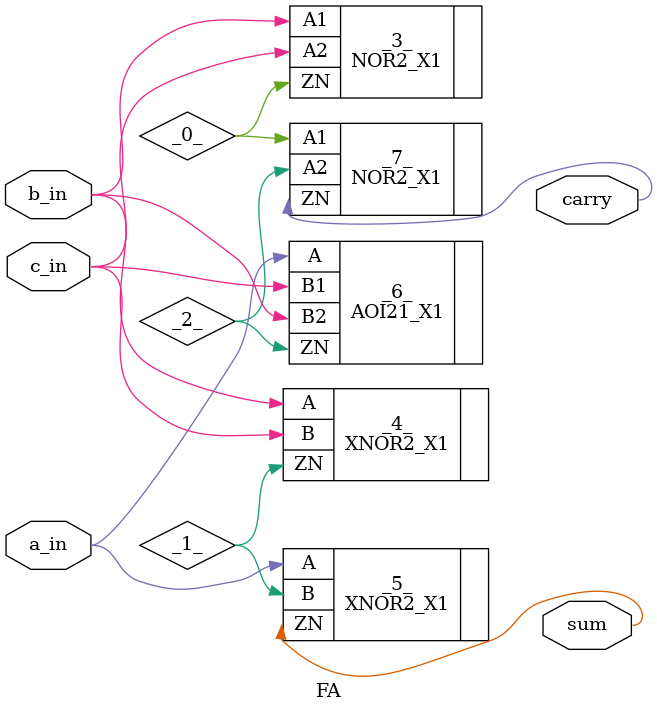
<source format=v>
/* Generated by Yosys 0.33 (git sha1 2584903a060) */

(* top =  1  *)
(* src = "FA.v:1.1-4.10" *)
module FA(a_in, b_in, c_in, sum, carry);
  wire _0_;
  wire _1_;
  wire _2_;
  (* src = "FA.v:1.17-1.21" *)
  input a_in;
  wire a_in;
  (* src = "FA.v:1.23-1.27" *)
  input b_in;
  wire b_in;
  (* src = "FA.v:1.29-1.33" *)
  input c_in;
  wire c_in;
  (* src = "FA.v:1.47-1.52" *)
  output carry;
  wire carry;
  (* src = "FA.v:1.42-1.45" *)
  output sum;
  wire sum;
  NOR2_X1 _3_ (
    .A1(b_in),
    .A2(c_in),
    .ZN(_0_)
  );
  XNOR2_X1 _4_ (
    .A(b_in),
    .B(c_in),
    .ZN(_1_)
  );
  XNOR2_X1 _5_ (
    .A(a_in),
    .B(_1_),
    .ZN(sum)
  );
  AOI21_X1 _6_ (
    .A(a_in),
    .B1(c_in),
    .B2(b_in),
    .ZN(_2_)
  );
  NOR2_X1 _7_ (
    .A1(_0_),
    .A2(_2_),
    .ZN(carry)
  );
endmodule

</source>
